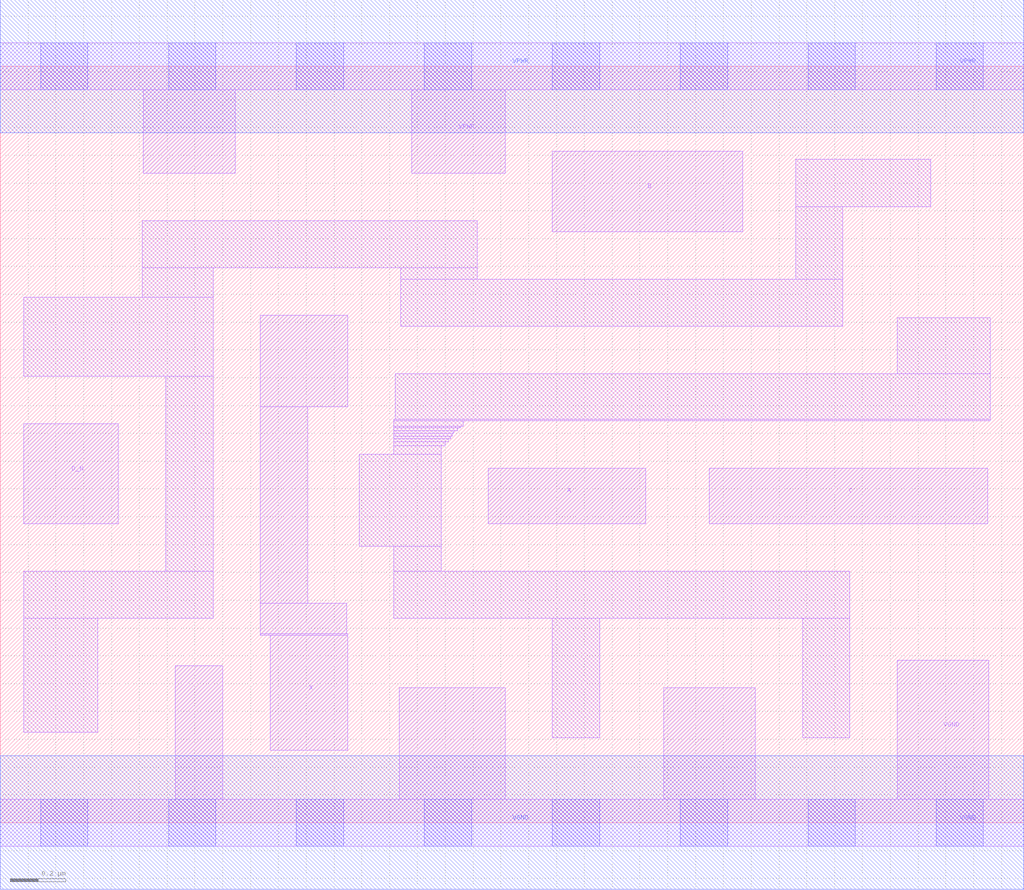
<source format=lef>
# Copyright 2020 The SkyWater PDK Authors
#
# Licensed under the Apache License, Version 2.0 (the "License");
# you may not use this file except in compliance with the License.
# You may obtain a copy of the License at
#
#     https://www.apache.org/licenses/LICENSE-2.0
#
# Unless required by applicable law or agreed to in writing, software
# distributed under the License is distributed on an "AS IS" BASIS,
# WITHOUT WARRANTIES OR CONDITIONS OF ANY KIND, either express or implied.
# See the License for the specific language governing permissions and
# limitations under the License.
#
# SPDX-License-Identifier: Apache-2.0

VERSION 5.7 ;
  NAMESCASESENSITIVE ON ;
  NOWIREEXTENSIONATPIN ON ;
  DIVIDERCHAR "/" ;
  BUSBITCHARS "[]" ;
UNITS
  DATABASE MICRONS 200 ;
END UNITS
MACRO sky130_fd_sc_hd__or4b_2
  CLASS CORE ;
  SOURCE USER ;
  FOREIGN sky130_fd_sc_hd__or4b_2 ;
  ORIGIN  0.000000  0.000000 ;
  SIZE  3.680000 BY  2.720000 ;
  SYMMETRY X Y R90 ;
  SITE unithd ;
  PIN A
    ANTENNAGATEAREA  0.126000 ;
    DIRECTION INPUT ;
    USE SIGNAL ;
    PORT
      LAYER li1 ;
        RECT 1.755000 1.075000 2.320000 1.275000 ;
    END
  END A
  PIN B
    ANTENNAGATEAREA  0.126000 ;
    DIRECTION INPUT ;
    USE SIGNAL ;
    PORT
      LAYER li1 ;
        RECT 1.985000 2.125000 2.670000 2.415000 ;
    END
  END B
  PIN C
    ANTENNAGATEAREA  0.126000 ;
    DIRECTION INPUT ;
    USE SIGNAL ;
    PORT
      LAYER li1 ;
        RECT 2.550000 1.075000 3.550000 1.275000 ;
    END
  END C
  PIN D_N
    ANTENNAGATEAREA  0.126000 ;
    DIRECTION INPUT ;
    USE SIGNAL ;
    PORT
      LAYER li1 ;
        RECT 0.085000 1.075000 0.425000 1.435000 ;
    END
  END D_N
  PIN X
    ANTENNADIFFAREA  0.445500 ;
    DIRECTION OUTPUT ;
    USE SIGNAL ;
    PORT
      LAYER li1 ;
        RECT 0.935000 0.675000 1.250000 0.680000 ;
        RECT 0.935000 0.680000 1.245000 0.790000 ;
        RECT 0.935000 0.790000 1.105000 1.495000 ;
        RECT 0.935000 1.495000 1.250000 1.825000 ;
        RECT 0.970000 0.260000 1.250000 0.675000 ;
    END
  END X
  PIN VGND
    DIRECTION INOUT ;
    SHAPE ABUTMENT ;
    USE GROUND ;
    PORT
      LAYER li1 ;
        RECT 0.000000 -0.085000 3.680000 0.085000 ;
        RECT 0.630000  0.085000 0.800000 0.565000 ;
        RECT 1.435000  0.085000 1.815000 0.485000 ;
        RECT 2.385000  0.085000 2.715000 0.485000 ;
        RECT 3.225000  0.085000 3.555000 0.585000 ;
      LAYER mcon ;
        RECT 0.145000 -0.085000 0.315000 0.085000 ;
        RECT 0.605000 -0.085000 0.775000 0.085000 ;
        RECT 1.065000 -0.085000 1.235000 0.085000 ;
        RECT 1.525000 -0.085000 1.695000 0.085000 ;
        RECT 1.985000 -0.085000 2.155000 0.085000 ;
        RECT 2.445000 -0.085000 2.615000 0.085000 ;
        RECT 2.905000 -0.085000 3.075000 0.085000 ;
        RECT 3.365000 -0.085000 3.535000 0.085000 ;
      LAYER met1 ;
        RECT 0.000000 -0.240000 3.680000 0.240000 ;
    END
  END VGND
  PIN VPWR
    DIRECTION INOUT ;
    SHAPE ABUTMENT ;
    USE POWER ;
    PORT
      LAYER li1 ;
        RECT 0.000000 2.635000 3.680000 2.805000 ;
        RECT 0.515000 2.335000 0.845000 2.635000 ;
        RECT 1.480000 2.335000 1.815000 2.635000 ;
      LAYER mcon ;
        RECT 0.145000 2.635000 0.315000 2.805000 ;
        RECT 0.605000 2.635000 0.775000 2.805000 ;
        RECT 1.065000 2.635000 1.235000 2.805000 ;
        RECT 1.525000 2.635000 1.695000 2.805000 ;
        RECT 1.985000 2.635000 2.155000 2.805000 ;
        RECT 2.445000 2.635000 2.615000 2.805000 ;
        RECT 2.905000 2.635000 3.075000 2.805000 ;
        RECT 3.365000 2.635000 3.535000 2.805000 ;
      LAYER met1 ;
        RECT 0.000000 2.480000 3.680000 2.960000 ;
    END
  END VPWR
  OBS
    LAYER li1 ;
      RECT 0.085000 0.325000 0.350000 0.735000 ;
      RECT 0.085000 0.735000 0.765000 0.905000 ;
      RECT 0.085000 1.605000 0.765000 1.890000 ;
      RECT 0.510000 1.890000 0.765000 1.995000 ;
      RECT 0.510000 1.995000 1.715000 2.165000 ;
      RECT 0.595000 0.905000 0.765000 1.605000 ;
      RECT 1.290000 0.995000 1.585000 1.325000 ;
      RECT 1.415000 0.735000 3.055000 0.905000 ;
      RECT 1.415000 0.905000 1.585000 0.995000 ;
      RECT 1.415000 1.325000 1.585000 1.355000 ;
      RECT 1.415000 1.355000 1.600000 1.370000 ;
      RECT 1.415000 1.370000 1.610000 1.380000 ;
      RECT 1.415000 1.380000 1.620000 1.390000 ;
      RECT 1.415000 1.390000 1.625000 1.400000 ;
      RECT 1.415000 1.400000 1.630000 1.410000 ;
      RECT 1.415000 1.410000 1.645000 1.420000 ;
      RECT 1.415000 1.420000 1.655000 1.425000 ;
      RECT 1.415000 1.425000 1.665000 1.445000 ;
      RECT 1.415000 1.445000 3.560000 1.450000 ;
      RECT 1.420000 1.450000 3.560000 1.615000 ;
      RECT 1.440000 1.785000 3.030000 1.955000 ;
      RECT 1.440000 1.955000 1.715000 1.995000 ;
      RECT 1.985000 0.305000 2.155000 0.735000 ;
      RECT 2.860000 1.955000 3.030000 2.215000 ;
      RECT 2.860000 2.215000 3.345000 2.385000 ;
      RECT 2.885000 0.305000 3.055000 0.735000 ;
      RECT 3.225000 1.615000 3.560000 1.815000 ;
  END
END sky130_fd_sc_hd__or4b_2

</source>
